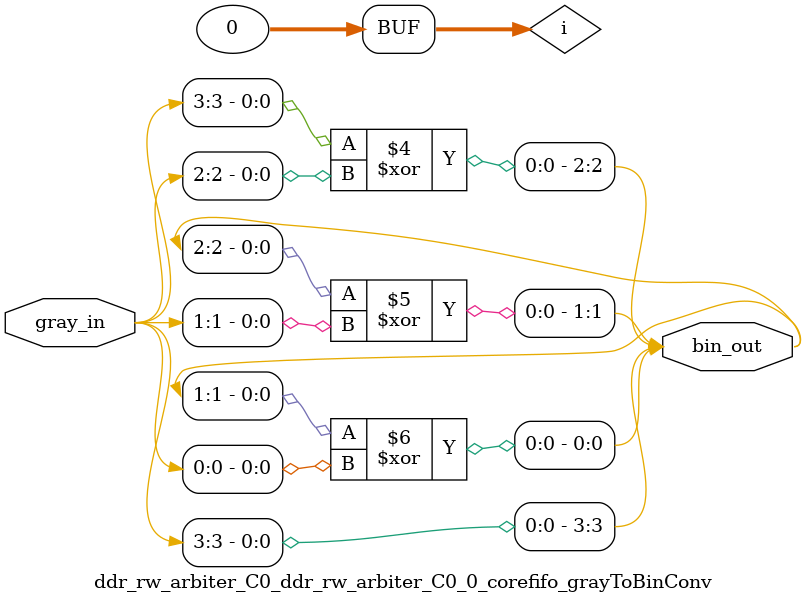
<source format=v>


`timescale 1ns / 100ps

module ddr_rw_arbiter_C0_ddr_rw_arbiter_C0_0_corefifo_grayToBinConv(
                                         gray_in,
                                         bin_out
                                        );

   // --------------------------------------------------------------------------
   // Parameter Declaration
   // --------------------------------------------------------------------------
   parameter ADDRWIDTH  = 3;
  // parameter SYNC_RESET = 0;   

   // --------------------------------------------------------------------------
   // I/O Declaration
   // --------------------------------------------------------------------------

   //--------
   // Inputs
   //--------
   input [ADDRWIDTH:0]    gray_in;

   //---------
   // Outputs
   //---------
   output [ADDRWIDTH:0] bin_out;

   // --------------------------------------------------------------------------
   // Internal signals
   // --------------------------------------------------------------------------
   reg [ADDRWIDTH:0]      bin_out;   
   integer                i;
   

   // --------------------------------------------------------------------------
   //                               Start - of - Code
   // --------------------------------------------------------------------------


   // --------------------------------------------------------------------------
   // Logic to Convert the Gray code to Binary
   // --------------------------------------------------------------------------
   always @(*) begin

      bin_out[ADDRWIDTH]  = gray_in[ADDRWIDTH];      
end
always @(*) begin
      for(i=ADDRWIDTH;i>0;i = i-1) begin
         bin_out[i-1]     = (bin_out[i] ^ gray_in[i-1]);
      end

   end

endmodule // corefifo_grayToBinConv

// --------------------------------------------------------------------------
//                             End - of - Code
// --------------------------------------------------------------------------

</source>
